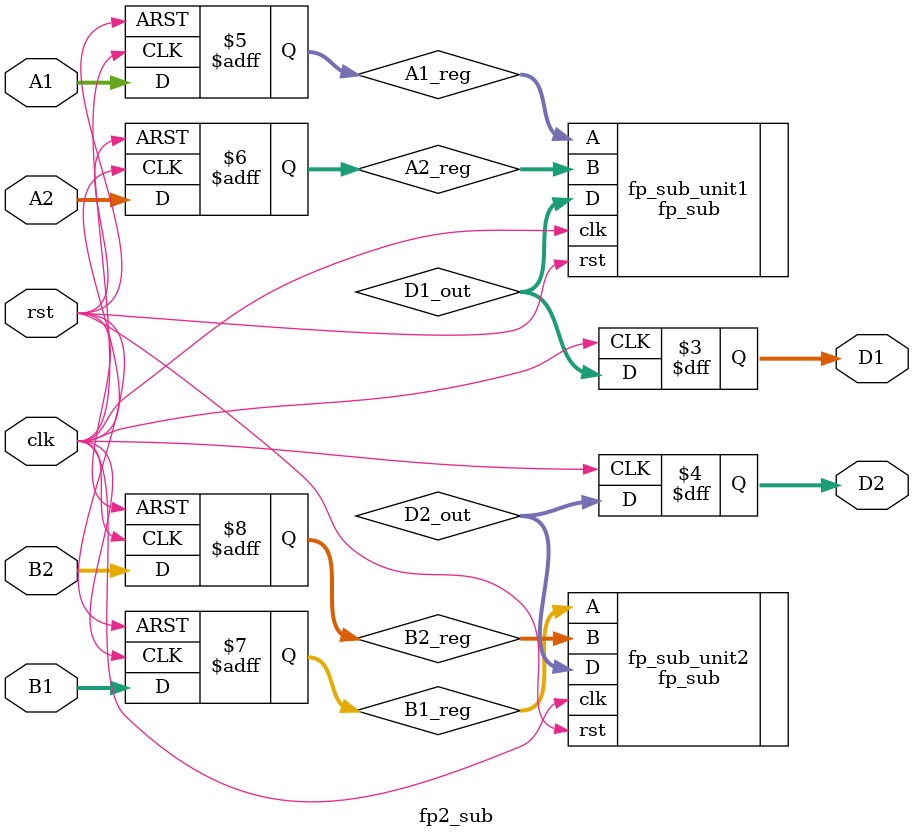
<source format=v>

`timescale 1ns / 1ps


module fp2_sub  (input clk,rst,
                 input [254:0] A1,
                 input [254:0] B1,
                 input [254:0] A2,
                 input [254:0] B2,
                 output reg [254:0] D1, 
                 output reg [254:0] D2);


parameter LATENCY_FP2_SUB = 6;

reg [254:0] A1_reg, A2_reg, B1_reg, B2_reg;

wire [254:0] D1_out, D2_out;



always @(posedge clk or posedge rst) begin
    if (rst) begin
       A1_reg <= 0; 
       A2_reg <= 0; 
       B1_reg <= 0; 
       B2_reg <= 0; 
    end else begin
        A1_reg <= A1;
        A2_reg <= A2;
        B1_reg <= B1;
        B2_reg <= B2;
    end
end



fp_sub fp_sub_unit1 (
        .clk(clk),
        .rst(rst),
        .A(A1_reg),
        .B(A2_reg),
        .D(D1_out)
    );

fp_sub fp_sub_unit2 (
        .clk(clk),
        .rst(rst),
        .A(B1_reg),
        .B(B2_reg),
        .D(D2_out)
    );



always @(posedge clk) begin
    D1 <= D1_out;
    D2 <= D2_out;
end
          
endmodule



</source>
